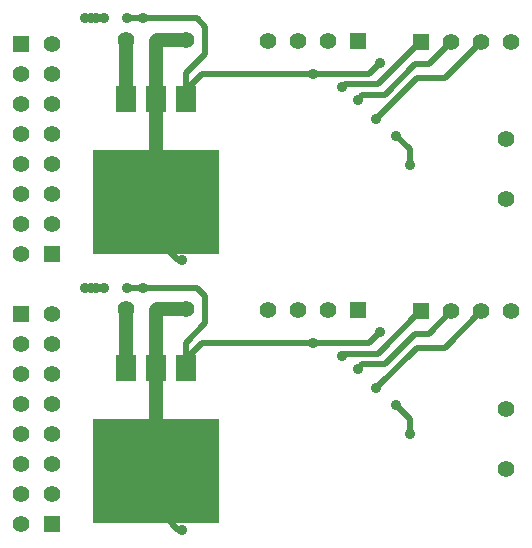
<source format=gbl>
G04 (created by PCBNEW (2013-may-18)-stable) date Сб 10 янв 2015 20:32:16*
%MOIN*%
G04 Gerber Fmt 3.4, Leading zero omitted, Abs format*
%FSLAX34Y34*%
G01*
G70*
G90*
G04 APERTURE LIST*
%ADD10C,0.00590551*%
%ADD11R,0.055X0.055*%
%ADD12C,0.055*%
%ADD13R,0.42X0.35*%
%ADD14R,0.07X0.09*%
%ADD15C,0.035*%
%ADD16C,0.0472441*%
%ADD17C,0.019685*%
G04 APERTURE END LIST*
G54D10*
G54D11*
X14011Y-10078D03*
G54D12*
X15011Y-10078D03*
X16011Y-10078D03*
X17011Y-10078D03*
G54D11*
X669Y-10161D03*
G54D12*
X669Y-11161D03*
X669Y-12161D03*
X669Y-13161D03*
X669Y-14161D03*
X669Y-15161D03*
X669Y-16161D03*
X669Y-17161D03*
G54D11*
X1692Y-17161D03*
G54D12*
X1692Y-16161D03*
X1692Y-15161D03*
X1692Y-14161D03*
X1692Y-13161D03*
X1692Y-12161D03*
X1692Y-11161D03*
X1692Y-10161D03*
X16850Y-13330D03*
X16850Y-15330D03*
X4157Y-10000D03*
X6157Y-10000D03*
G54D13*
X5157Y-15418D03*
G54D14*
X5157Y-11968D03*
X4157Y-11968D03*
X6157Y-11968D03*
G54D11*
X11893Y-10039D03*
G54D12*
X10893Y-10039D03*
X9893Y-10039D03*
X8893Y-10039D03*
G54D11*
X11893Y-1062D03*
G54D12*
X10893Y-1062D03*
X9893Y-1062D03*
X8893Y-1062D03*
G54D13*
X5157Y-6442D03*
G54D14*
X5157Y-2992D03*
X4157Y-2992D03*
X6157Y-2992D03*
G54D12*
X4157Y-1023D03*
X6157Y-1023D03*
X16850Y-4354D03*
X16850Y-6354D03*
G54D11*
X1692Y-8185D03*
G54D12*
X1692Y-7185D03*
X1692Y-6185D03*
X1692Y-5185D03*
X1692Y-4185D03*
X1692Y-3185D03*
X1692Y-2185D03*
X1692Y-1185D03*
G54D11*
X669Y-1185D03*
G54D12*
X669Y-2185D03*
X669Y-3185D03*
X669Y-4185D03*
X669Y-5185D03*
X669Y-6185D03*
X669Y-7185D03*
X669Y-8185D03*
G54D11*
X14011Y-1102D03*
G54D12*
X15011Y-1102D03*
X16011Y-1102D03*
X17011Y-1102D03*
G54D15*
X4157Y-10000D03*
X2795Y-9291D03*
X2992Y-9291D03*
X3188Y-9291D03*
X3448Y-9291D03*
X3448Y-314D03*
X3188Y-314D03*
X2992Y-314D03*
X2795Y-314D03*
X4157Y-1023D03*
X4212Y-9291D03*
X4724Y-9291D03*
X10393Y-11141D03*
X12637Y-10787D03*
X12637Y-1811D03*
X10393Y-2165D03*
X4724Y-314D03*
X4212Y-314D03*
X11377Y-11574D03*
X11377Y-2598D03*
X11889Y-12007D03*
X11889Y-3031D03*
X12519Y-12637D03*
X12519Y-3661D03*
X13622Y-14173D03*
X13169Y-13208D03*
X13169Y-4232D03*
X13622Y-5196D03*
X6023Y-17362D03*
X6023Y-8385D03*
G54D16*
X4157Y-10000D02*
X4157Y-11968D01*
G54D17*
X2795Y-9291D02*
X2992Y-9291D01*
X3188Y-9291D02*
X3448Y-9291D01*
X3188Y-314D02*
X3448Y-314D01*
X2795Y-314D02*
X2992Y-314D01*
G54D16*
X4157Y-1023D02*
X4157Y-2992D01*
G54D17*
X6157Y-11125D02*
X6811Y-10472D01*
X6811Y-10472D02*
X6811Y-9566D01*
X6811Y-9566D02*
X6535Y-9291D01*
X6535Y-9291D02*
X4212Y-9291D01*
X4724Y-9291D02*
X4251Y-9291D01*
X6157Y-11968D02*
X6157Y-11125D01*
X6157Y-11677D02*
X6692Y-11141D01*
X6692Y-11141D02*
X10393Y-11141D01*
X6157Y-11968D02*
X6157Y-11677D01*
X12637Y-10787D02*
X12283Y-11141D01*
X12283Y-11141D02*
X10393Y-11141D01*
X12283Y-2165D02*
X10393Y-2165D01*
X12637Y-1811D02*
X12283Y-2165D01*
X6157Y-2992D02*
X6157Y-2700D01*
X6692Y-2165D02*
X10393Y-2165D01*
X6157Y-2700D02*
X6692Y-2165D01*
X6157Y-2992D02*
X6157Y-2149D01*
X4724Y-314D02*
X4251Y-314D01*
X6535Y-314D02*
X4212Y-314D01*
X6811Y-590D02*
X6535Y-314D01*
X6811Y-1496D02*
X6811Y-590D01*
X6157Y-2149D02*
X6811Y-1496D01*
X11377Y-11574D02*
X11456Y-11496D01*
X11456Y-11496D02*
X12559Y-11496D01*
X12559Y-11496D02*
X13976Y-10078D01*
X13976Y-10078D02*
X14011Y-10078D01*
X13976Y-1102D02*
X14011Y-1102D01*
X12559Y-2519D02*
X13976Y-1102D01*
X11456Y-2519D02*
X12559Y-2519D01*
X11377Y-2598D02*
X11456Y-2519D01*
X11889Y-12007D02*
X12047Y-11850D01*
X12047Y-11850D02*
X12795Y-11850D01*
X12795Y-11850D02*
X13818Y-10826D01*
X13818Y-10826D02*
X14263Y-10826D01*
X14263Y-10826D02*
X15011Y-10078D01*
X14263Y-1850D02*
X15011Y-1102D01*
X13818Y-1850D02*
X14263Y-1850D01*
X12795Y-2874D02*
X13818Y-1850D01*
X12047Y-2874D02*
X12795Y-2874D01*
X11889Y-3031D02*
X12047Y-2874D01*
X12519Y-12637D02*
X13858Y-11299D01*
X13858Y-11299D02*
X14791Y-11299D01*
X14791Y-11299D02*
X16011Y-10078D01*
X14791Y-2322D02*
X16011Y-1102D01*
X13858Y-2322D02*
X14791Y-2322D01*
X12519Y-3661D02*
X13858Y-2322D01*
X13622Y-13661D02*
X13169Y-13208D01*
X13622Y-13661D02*
X13622Y-14173D01*
X13622Y-4685D02*
X13622Y-5196D01*
X13622Y-4685D02*
X13169Y-4232D01*
G54D16*
X5157Y-11968D02*
X5157Y-15418D01*
X5157Y-2992D02*
X5157Y-6442D01*
X5157Y-10669D02*
X5157Y-10039D01*
X5157Y-10039D02*
X5196Y-10000D01*
X5196Y-10000D02*
X6157Y-10000D01*
X5157Y-11968D02*
X5157Y-10669D01*
G54D17*
X5157Y-16614D02*
X5905Y-17362D01*
X5905Y-17362D02*
X6023Y-17362D01*
X5157Y-15418D02*
X5157Y-16614D01*
X5157Y-6442D02*
X5157Y-7637D01*
X5157Y-7637D02*
X5905Y-8385D01*
X5905Y-8385D02*
X6023Y-8385D01*
G54D16*
X5157Y-2992D02*
X5157Y-1692D01*
X5196Y-1023D02*
X6157Y-1023D01*
X5157Y-1062D02*
X5196Y-1023D01*
X5157Y-1692D02*
X5157Y-1062D01*
M02*

</source>
